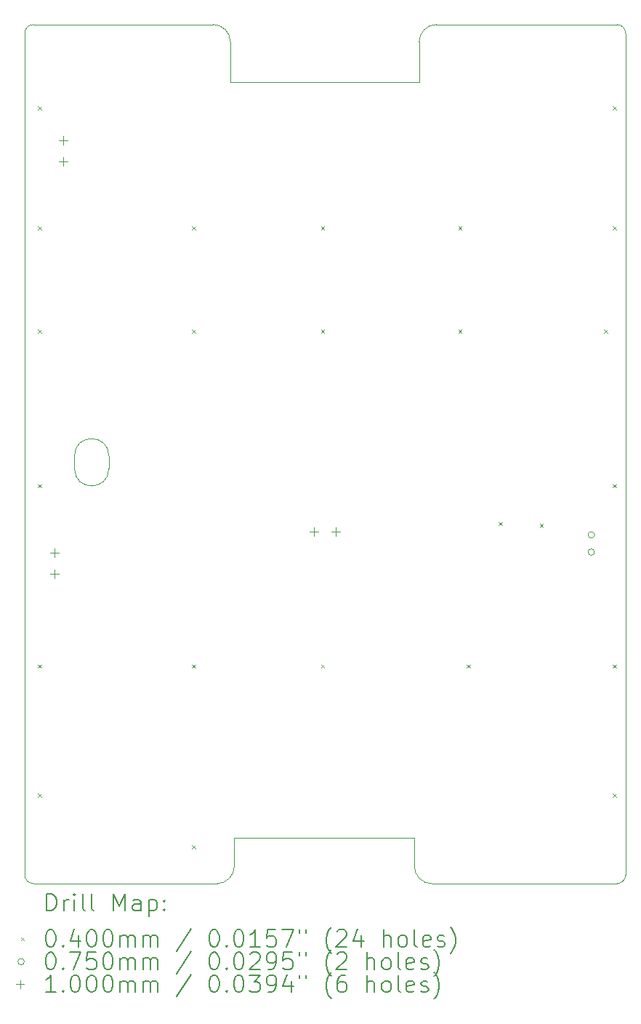
<source format=gbr>
%TF.GenerationSoftware,KiCad,Pcbnew,7.0.5-7.0.5~ubuntu22.04.1*%
%TF.CreationDate,2024-06-06T16:52:33+01:00*%
%TF.ProjectId,PBA0055-APRS-digirepeater-backplane-100x70,50424130-3035-4352-9d41-5052532d6469,rev?*%
%TF.SameCoordinates,Original*%
%TF.FileFunction,Drillmap*%
%TF.FilePolarity,Positive*%
%FSLAX45Y45*%
G04 Gerber Fmt 4.5, Leading zero omitted, Abs format (unit mm)*
G04 Created by KiCad (PCBNEW 7.0.5-7.0.5~ubuntu22.04.1) date 2024-06-06 16:52:33*
%MOMM*%
%LPD*%
G01*
G04 APERTURE LIST*
%ADD10C,0.100000*%
%ADD11C,0.200000*%
%ADD12C,0.040000*%
%ADD13C,0.075000*%
G04 APERTURE END LIST*
D10*
X15125000Y-5200000D02*
X15125000Y-5575000D01*
X15070000Y-14525000D02*
X15070000Y-14450000D01*
X10629289Y-4904289D02*
G75*
G03*
X10529289Y-5004289I1J-100001D01*
G01*
X12925000Y-5200000D02*
X12925000Y-5575000D01*
X10529291Y-14804289D02*
G75*
G03*
X10629289Y-14904289I99999J-1D01*
G01*
X15070000Y-14525000D02*
X15070000Y-14705000D01*
X15325000Y-4904290D02*
G75*
G03*
X15125000Y-5104289I0J-200000D01*
G01*
X15125000Y-5104289D02*
X15125000Y-5200000D01*
X17529289Y-14804289D02*
X17529289Y-14754289D01*
X12925000Y-5575000D02*
X14025000Y-5575000D01*
X11109000Y-10075000D02*
G75*
G03*
X11509000Y-10075000I200000J0D01*
G01*
X17429289Y-4904289D02*
X15325000Y-4904289D01*
X10529289Y-14804289D02*
X10529289Y-5004289D01*
X12725000Y-4904289D02*
X10629289Y-4904289D01*
X12970000Y-14450000D02*
X12970000Y-14375000D01*
X12970000Y-14525000D02*
X12970000Y-14450000D01*
X15070000Y-14450000D02*
X15070000Y-14375000D01*
X11509000Y-10075000D02*
X11509000Y-9925000D01*
X12770000Y-14904290D02*
G75*
G03*
X12970000Y-14704289I0J200000D01*
G01*
X11109000Y-9925000D02*
X11109000Y-10075000D01*
X12925001Y-5104289D02*
G75*
G03*
X12725000Y-4904289I-200001J-1D01*
G01*
X15270000Y-14905000D02*
X17429289Y-14905000D01*
X17529289Y-5763000D02*
X17529289Y-14035000D01*
X17529289Y-5004289D02*
X17529289Y-5027000D01*
X12970000Y-14375000D02*
X14050000Y-14375000D01*
X12970000Y-14704289D02*
X12970000Y-14525000D01*
X15070000Y-14705000D02*
G75*
G03*
X15270000Y-14905000I200000J0D01*
G01*
X15125000Y-5575000D02*
X14025000Y-5575000D01*
X17429289Y-14904289D02*
G75*
G03*
X17529289Y-14804289I1J99999D01*
G01*
X12925000Y-5104289D02*
X12925000Y-5200000D01*
X15070000Y-14375000D02*
X14050000Y-14375000D01*
X11509000Y-9925000D02*
G75*
G03*
X11109000Y-9925000I-200000J0D01*
G01*
X17529289Y-14754289D02*
X17529289Y-14035000D01*
X10629289Y-14904289D02*
X12770000Y-14904289D01*
X17529291Y-5004289D02*
G75*
G03*
X17429289Y-4904289I-100001J-1D01*
G01*
X17529289Y-5763000D02*
X17529289Y-5027000D01*
D11*
D12*
X10680000Y-5855000D02*
X10720000Y-5895000D01*
X10720000Y-5855000D02*
X10680000Y-5895000D01*
X10680000Y-7255000D02*
X10720000Y-7295000D01*
X10720000Y-7255000D02*
X10680000Y-7295000D01*
X10680000Y-8455000D02*
X10720000Y-8495000D01*
X10720000Y-8455000D02*
X10680000Y-8495000D01*
X10680000Y-10255000D02*
X10720000Y-10295000D01*
X10720000Y-10255000D02*
X10680000Y-10295000D01*
X10680000Y-12355000D02*
X10720000Y-12395000D01*
X10720000Y-12355000D02*
X10680000Y-12395000D01*
X10680000Y-13855000D02*
X10720000Y-13895000D01*
X10720000Y-13855000D02*
X10680000Y-13895000D01*
X12480000Y-7255000D02*
X12520000Y-7295000D01*
X12520000Y-7255000D02*
X12480000Y-7295000D01*
X12480000Y-8455000D02*
X12520000Y-8495000D01*
X12520000Y-8455000D02*
X12480000Y-8495000D01*
X12480000Y-12355000D02*
X12520000Y-12395000D01*
X12520000Y-12355000D02*
X12480000Y-12395000D01*
X12480000Y-14455000D02*
X12520000Y-14495000D01*
X12520000Y-14455000D02*
X12480000Y-14495000D01*
X13980000Y-7255000D02*
X14020000Y-7295000D01*
X14020000Y-7255000D02*
X13980000Y-7295000D01*
X13980000Y-8455000D02*
X14020000Y-8495000D01*
X14020000Y-8455000D02*
X13980000Y-8495000D01*
X13980000Y-12355000D02*
X14020000Y-12395000D01*
X14020000Y-12355000D02*
X13980000Y-12395000D01*
X15580000Y-7255000D02*
X15620000Y-7295000D01*
X15620000Y-7255000D02*
X15580000Y-7295000D01*
X15580000Y-8455000D02*
X15620000Y-8495000D01*
X15620000Y-8455000D02*
X15580000Y-8495000D01*
X15680000Y-12355000D02*
X15720000Y-12395000D01*
X15720000Y-12355000D02*
X15680000Y-12395000D01*
X16050000Y-10695000D02*
X16090000Y-10735000D01*
X16090000Y-10695000D02*
X16050000Y-10735000D01*
X16530000Y-10715000D02*
X16570000Y-10755000D01*
X16570000Y-10715000D02*
X16530000Y-10755000D01*
X17280000Y-8455000D02*
X17320000Y-8495000D01*
X17320000Y-8455000D02*
X17280000Y-8495000D01*
X17380000Y-5855000D02*
X17420000Y-5895000D01*
X17420000Y-5855000D02*
X17380000Y-5895000D01*
X17380000Y-7255000D02*
X17420000Y-7295000D01*
X17420000Y-7255000D02*
X17380000Y-7295000D01*
X17380000Y-10255000D02*
X17420000Y-10295000D01*
X17420000Y-10255000D02*
X17380000Y-10295000D01*
X17380000Y-12355000D02*
X17420000Y-12395000D01*
X17420000Y-12355000D02*
X17380000Y-12395000D01*
X17380000Y-13855000D02*
X17420000Y-13895000D01*
X17420000Y-13855000D02*
X17380000Y-13895000D01*
D13*
X17167500Y-10845000D02*
G75*
G03*
X17167500Y-10845000I-37500J0D01*
G01*
X17167500Y-11045000D02*
G75*
G03*
X17167500Y-11045000I-37500J0D01*
G01*
D10*
X10875000Y-11000000D02*
X10875000Y-11100000D01*
X10825000Y-11050000D02*
X10925000Y-11050000D01*
X10875000Y-11250000D02*
X10875000Y-11350000D01*
X10825000Y-11300000D02*
X10925000Y-11300000D01*
X10975000Y-6200000D02*
X10975000Y-6300000D01*
X10925000Y-6250000D02*
X11025000Y-6250000D01*
X10975000Y-6450000D02*
X10975000Y-6550000D01*
X10925000Y-6500000D02*
X11025000Y-6500000D01*
X13900000Y-10755000D02*
X13900000Y-10855000D01*
X13850000Y-10805000D02*
X13950000Y-10805000D01*
X14150000Y-10755000D02*
X14150000Y-10855000D01*
X14100000Y-10805000D02*
X14200000Y-10805000D01*
D11*
X10785066Y-15221484D02*
X10785066Y-15021484D01*
X10785066Y-15021484D02*
X10832685Y-15021484D01*
X10832685Y-15021484D02*
X10861257Y-15031008D01*
X10861257Y-15031008D02*
X10880304Y-15050055D01*
X10880304Y-15050055D02*
X10889828Y-15069103D01*
X10889828Y-15069103D02*
X10899352Y-15107198D01*
X10899352Y-15107198D02*
X10899352Y-15135769D01*
X10899352Y-15135769D02*
X10889828Y-15173865D01*
X10889828Y-15173865D02*
X10880304Y-15192912D01*
X10880304Y-15192912D02*
X10861257Y-15211960D01*
X10861257Y-15211960D02*
X10832685Y-15221484D01*
X10832685Y-15221484D02*
X10785066Y-15221484D01*
X10985066Y-15221484D02*
X10985066Y-15088150D01*
X10985066Y-15126246D02*
X10994590Y-15107198D01*
X10994590Y-15107198D02*
X11004114Y-15097674D01*
X11004114Y-15097674D02*
X11023161Y-15088150D01*
X11023161Y-15088150D02*
X11042209Y-15088150D01*
X11108876Y-15221484D02*
X11108876Y-15088150D01*
X11108876Y-15021484D02*
X11099352Y-15031008D01*
X11099352Y-15031008D02*
X11108876Y-15040531D01*
X11108876Y-15040531D02*
X11118399Y-15031008D01*
X11118399Y-15031008D02*
X11108876Y-15021484D01*
X11108876Y-15021484D02*
X11108876Y-15040531D01*
X11232685Y-15221484D02*
X11213637Y-15211960D01*
X11213637Y-15211960D02*
X11204114Y-15192912D01*
X11204114Y-15192912D02*
X11204114Y-15021484D01*
X11337447Y-15221484D02*
X11318399Y-15211960D01*
X11318399Y-15211960D02*
X11308876Y-15192912D01*
X11308876Y-15192912D02*
X11308876Y-15021484D01*
X11566018Y-15221484D02*
X11566018Y-15021484D01*
X11566018Y-15021484D02*
X11632685Y-15164341D01*
X11632685Y-15164341D02*
X11699352Y-15021484D01*
X11699352Y-15021484D02*
X11699352Y-15221484D01*
X11880304Y-15221484D02*
X11880304Y-15116722D01*
X11880304Y-15116722D02*
X11870780Y-15097674D01*
X11870780Y-15097674D02*
X11851733Y-15088150D01*
X11851733Y-15088150D02*
X11813637Y-15088150D01*
X11813637Y-15088150D02*
X11794590Y-15097674D01*
X11880304Y-15211960D02*
X11861257Y-15221484D01*
X11861257Y-15221484D02*
X11813637Y-15221484D01*
X11813637Y-15221484D02*
X11794590Y-15211960D01*
X11794590Y-15211960D02*
X11785066Y-15192912D01*
X11785066Y-15192912D02*
X11785066Y-15173865D01*
X11785066Y-15173865D02*
X11794590Y-15154817D01*
X11794590Y-15154817D02*
X11813637Y-15145293D01*
X11813637Y-15145293D02*
X11861257Y-15145293D01*
X11861257Y-15145293D02*
X11880304Y-15135769D01*
X11975542Y-15088150D02*
X11975542Y-15288150D01*
X11975542Y-15097674D02*
X11994590Y-15088150D01*
X11994590Y-15088150D02*
X12032685Y-15088150D01*
X12032685Y-15088150D02*
X12051733Y-15097674D01*
X12051733Y-15097674D02*
X12061257Y-15107198D01*
X12061257Y-15107198D02*
X12070780Y-15126246D01*
X12070780Y-15126246D02*
X12070780Y-15183388D01*
X12070780Y-15183388D02*
X12061257Y-15202436D01*
X12061257Y-15202436D02*
X12051733Y-15211960D01*
X12051733Y-15211960D02*
X12032685Y-15221484D01*
X12032685Y-15221484D02*
X11994590Y-15221484D01*
X11994590Y-15221484D02*
X11975542Y-15211960D01*
X12156495Y-15202436D02*
X12166018Y-15211960D01*
X12166018Y-15211960D02*
X12156495Y-15221484D01*
X12156495Y-15221484D02*
X12146971Y-15211960D01*
X12146971Y-15211960D02*
X12156495Y-15202436D01*
X12156495Y-15202436D02*
X12156495Y-15221484D01*
X12156495Y-15097674D02*
X12166018Y-15107198D01*
X12166018Y-15107198D02*
X12156495Y-15116722D01*
X12156495Y-15116722D02*
X12146971Y-15107198D01*
X12146971Y-15107198D02*
X12156495Y-15097674D01*
X12156495Y-15097674D02*
X12156495Y-15116722D01*
D12*
X10484289Y-15530000D02*
X10524289Y-15570000D01*
X10524289Y-15530000D02*
X10484289Y-15570000D01*
D11*
X10823161Y-15441484D02*
X10842209Y-15441484D01*
X10842209Y-15441484D02*
X10861257Y-15451008D01*
X10861257Y-15451008D02*
X10870780Y-15460531D01*
X10870780Y-15460531D02*
X10880304Y-15479579D01*
X10880304Y-15479579D02*
X10889828Y-15517674D01*
X10889828Y-15517674D02*
X10889828Y-15565293D01*
X10889828Y-15565293D02*
X10880304Y-15603388D01*
X10880304Y-15603388D02*
X10870780Y-15622436D01*
X10870780Y-15622436D02*
X10861257Y-15631960D01*
X10861257Y-15631960D02*
X10842209Y-15641484D01*
X10842209Y-15641484D02*
X10823161Y-15641484D01*
X10823161Y-15641484D02*
X10804114Y-15631960D01*
X10804114Y-15631960D02*
X10794590Y-15622436D01*
X10794590Y-15622436D02*
X10785066Y-15603388D01*
X10785066Y-15603388D02*
X10775542Y-15565293D01*
X10775542Y-15565293D02*
X10775542Y-15517674D01*
X10775542Y-15517674D02*
X10785066Y-15479579D01*
X10785066Y-15479579D02*
X10794590Y-15460531D01*
X10794590Y-15460531D02*
X10804114Y-15451008D01*
X10804114Y-15451008D02*
X10823161Y-15441484D01*
X10975542Y-15622436D02*
X10985066Y-15631960D01*
X10985066Y-15631960D02*
X10975542Y-15641484D01*
X10975542Y-15641484D02*
X10966019Y-15631960D01*
X10966019Y-15631960D02*
X10975542Y-15622436D01*
X10975542Y-15622436D02*
X10975542Y-15641484D01*
X11156495Y-15508150D02*
X11156495Y-15641484D01*
X11108876Y-15431960D02*
X11061257Y-15574817D01*
X11061257Y-15574817D02*
X11185066Y-15574817D01*
X11299352Y-15441484D02*
X11318399Y-15441484D01*
X11318399Y-15441484D02*
X11337447Y-15451008D01*
X11337447Y-15451008D02*
X11346971Y-15460531D01*
X11346971Y-15460531D02*
X11356495Y-15479579D01*
X11356495Y-15479579D02*
X11366018Y-15517674D01*
X11366018Y-15517674D02*
X11366018Y-15565293D01*
X11366018Y-15565293D02*
X11356495Y-15603388D01*
X11356495Y-15603388D02*
X11346971Y-15622436D01*
X11346971Y-15622436D02*
X11337447Y-15631960D01*
X11337447Y-15631960D02*
X11318399Y-15641484D01*
X11318399Y-15641484D02*
X11299352Y-15641484D01*
X11299352Y-15641484D02*
X11280304Y-15631960D01*
X11280304Y-15631960D02*
X11270780Y-15622436D01*
X11270780Y-15622436D02*
X11261257Y-15603388D01*
X11261257Y-15603388D02*
X11251733Y-15565293D01*
X11251733Y-15565293D02*
X11251733Y-15517674D01*
X11251733Y-15517674D02*
X11261257Y-15479579D01*
X11261257Y-15479579D02*
X11270780Y-15460531D01*
X11270780Y-15460531D02*
X11280304Y-15451008D01*
X11280304Y-15451008D02*
X11299352Y-15441484D01*
X11489828Y-15441484D02*
X11508876Y-15441484D01*
X11508876Y-15441484D02*
X11527923Y-15451008D01*
X11527923Y-15451008D02*
X11537447Y-15460531D01*
X11537447Y-15460531D02*
X11546971Y-15479579D01*
X11546971Y-15479579D02*
X11556495Y-15517674D01*
X11556495Y-15517674D02*
X11556495Y-15565293D01*
X11556495Y-15565293D02*
X11546971Y-15603388D01*
X11546971Y-15603388D02*
X11537447Y-15622436D01*
X11537447Y-15622436D02*
X11527923Y-15631960D01*
X11527923Y-15631960D02*
X11508876Y-15641484D01*
X11508876Y-15641484D02*
X11489828Y-15641484D01*
X11489828Y-15641484D02*
X11470780Y-15631960D01*
X11470780Y-15631960D02*
X11461257Y-15622436D01*
X11461257Y-15622436D02*
X11451733Y-15603388D01*
X11451733Y-15603388D02*
X11442209Y-15565293D01*
X11442209Y-15565293D02*
X11442209Y-15517674D01*
X11442209Y-15517674D02*
X11451733Y-15479579D01*
X11451733Y-15479579D02*
X11461257Y-15460531D01*
X11461257Y-15460531D02*
X11470780Y-15451008D01*
X11470780Y-15451008D02*
X11489828Y-15441484D01*
X11642209Y-15641484D02*
X11642209Y-15508150D01*
X11642209Y-15527198D02*
X11651733Y-15517674D01*
X11651733Y-15517674D02*
X11670780Y-15508150D01*
X11670780Y-15508150D02*
X11699352Y-15508150D01*
X11699352Y-15508150D02*
X11718399Y-15517674D01*
X11718399Y-15517674D02*
X11727923Y-15536722D01*
X11727923Y-15536722D02*
X11727923Y-15641484D01*
X11727923Y-15536722D02*
X11737447Y-15517674D01*
X11737447Y-15517674D02*
X11756495Y-15508150D01*
X11756495Y-15508150D02*
X11785066Y-15508150D01*
X11785066Y-15508150D02*
X11804114Y-15517674D01*
X11804114Y-15517674D02*
X11813638Y-15536722D01*
X11813638Y-15536722D02*
X11813638Y-15641484D01*
X11908876Y-15641484D02*
X11908876Y-15508150D01*
X11908876Y-15527198D02*
X11918399Y-15517674D01*
X11918399Y-15517674D02*
X11937447Y-15508150D01*
X11937447Y-15508150D02*
X11966019Y-15508150D01*
X11966019Y-15508150D02*
X11985066Y-15517674D01*
X11985066Y-15517674D02*
X11994590Y-15536722D01*
X11994590Y-15536722D02*
X11994590Y-15641484D01*
X11994590Y-15536722D02*
X12004114Y-15517674D01*
X12004114Y-15517674D02*
X12023161Y-15508150D01*
X12023161Y-15508150D02*
X12051733Y-15508150D01*
X12051733Y-15508150D02*
X12070780Y-15517674D01*
X12070780Y-15517674D02*
X12080304Y-15536722D01*
X12080304Y-15536722D02*
X12080304Y-15641484D01*
X12470780Y-15431960D02*
X12299352Y-15689103D01*
X12727923Y-15441484D02*
X12746971Y-15441484D01*
X12746971Y-15441484D02*
X12766019Y-15451008D01*
X12766019Y-15451008D02*
X12775542Y-15460531D01*
X12775542Y-15460531D02*
X12785066Y-15479579D01*
X12785066Y-15479579D02*
X12794590Y-15517674D01*
X12794590Y-15517674D02*
X12794590Y-15565293D01*
X12794590Y-15565293D02*
X12785066Y-15603388D01*
X12785066Y-15603388D02*
X12775542Y-15622436D01*
X12775542Y-15622436D02*
X12766019Y-15631960D01*
X12766019Y-15631960D02*
X12746971Y-15641484D01*
X12746971Y-15641484D02*
X12727923Y-15641484D01*
X12727923Y-15641484D02*
X12708876Y-15631960D01*
X12708876Y-15631960D02*
X12699352Y-15622436D01*
X12699352Y-15622436D02*
X12689828Y-15603388D01*
X12689828Y-15603388D02*
X12680304Y-15565293D01*
X12680304Y-15565293D02*
X12680304Y-15517674D01*
X12680304Y-15517674D02*
X12689828Y-15479579D01*
X12689828Y-15479579D02*
X12699352Y-15460531D01*
X12699352Y-15460531D02*
X12708876Y-15451008D01*
X12708876Y-15451008D02*
X12727923Y-15441484D01*
X12880304Y-15622436D02*
X12889828Y-15631960D01*
X12889828Y-15631960D02*
X12880304Y-15641484D01*
X12880304Y-15641484D02*
X12870781Y-15631960D01*
X12870781Y-15631960D02*
X12880304Y-15622436D01*
X12880304Y-15622436D02*
X12880304Y-15641484D01*
X13013638Y-15441484D02*
X13032685Y-15441484D01*
X13032685Y-15441484D02*
X13051733Y-15451008D01*
X13051733Y-15451008D02*
X13061257Y-15460531D01*
X13061257Y-15460531D02*
X13070781Y-15479579D01*
X13070781Y-15479579D02*
X13080304Y-15517674D01*
X13080304Y-15517674D02*
X13080304Y-15565293D01*
X13080304Y-15565293D02*
X13070781Y-15603388D01*
X13070781Y-15603388D02*
X13061257Y-15622436D01*
X13061257Y-15622436D02*
X13051733Y-15631960D01*
X13051733Y-15631960D02*
X13032685Y-15641484D01*
X13032685Y-15641484D02*
X13013638Y-15641484D01*
X13013638Y-15641484D02*
X12994590Y-15631960D01*
X12994590Y-15631960D02*
X12985066Y-15622436D01*
X12985066Y-15622436D02*
X12975542Y-15603388D01*
X12975542Y-15603388D02*
X12966019Y-15565293D01*
X12966019Y-15565293D02*
X12966019Y-15517674D01*
X12966019Y-15517674D02*
X12975542Y-15479579D01*
X12975542Y-15479579D02*
X12985066Y-15460531D01*
X12985066Y-15460531D02*
X12994590Y-15451008D01*
X12994590Y-15451008D02*
X13013638Y-15441484D01*
X13270781Y-15641484D02*
X13156495Y-15641484D01*
X13213638Y-15641484D02*
X13213638Y-15441484D01*
X13213638Y-15441484D02*
X13194590Y-15470055D01*
X13194590Y-15470055D02*
X13175542Y-15489103D01*
X13175542Y-15489103D02*
X13156495Y-15498627D01*
X13451733Y-15441484D02*
X13356495Y-15441484D01*
X13356495Y-15441484D02*
X13346971Y-15536722D01*
X13346971Y-15536722D02*
X13356495Y-15527198D01*
X13356495Y-15527198D02*
X13375542Y-15517674D01*
X13375542Y-15517674D02*
X13423162Y-15517674D01*
X13423162Y-15517674D02*
X13442209Y-15527198D01*
X13442209Y-15527198D02*
X13451733Y-15536722D01*
X13451733Y-15536722D02*
X13461257Y-15555769D01*
X13461257Y-15555769D02*
X13461257Y-15603388D01*
X13461257Y-15603388D02*
X13451733Y-15622436D01*
X13451733Y-15622436D02*
X13442209Y-15631960D01*
X13442209Y-15631960D02*
X13423162Y-15641484D01*
X13423162Y-15641484D02*
X13375542Y-15641484D01*
X13375542Y-15641484D02*
X13356495Y-15631960D01*
X13356495Y-15631960D02*
X13346971Y-15622436D01*
X13527923Y-15441484D02*
X13661257Y-15441484D01*
X13661257Y-15441484D02*
X13575542Y-15641484D01*
X13727923Y-15441484D02*
X13727923Y-15479579D01*
X13804114Y-15441484D02*
X13804114Y-15479579D01*
X14099352Y-15717674D02*
X14089828Y-15708150D01*
X14089828Y-15708150D02*
X14070781Y-15679579D01*
X14070781Y-15679579D02*
X14061257Y-15660531D01*
X14061257Y-15660531D02*
X14051733Y-15631960D01*
X14051733Y-15631960D02*
X14042209Y-15584341D01*
X14042209Y-15584341D02*
X14042209Y-15546246D01*
X14042209Y-15546246D02*
X14051733Y-15498627D01*
X14051733Y-15498627D02*
X14061257Y-15470055D01*
X14061257Y-15470055D02*
X14070781Y-15451008D01*
X14070781Y-15451008D02*
X14089828Y-15422436D01*
X14089828Y-15422436D02*
X14099352Y-15412912D01*
X14166019Y-15460531D02*
X14175543Y-15451008D01*
X14175543Y-15451008D02*
X14194590Y-15441484D01*
X14194590Y-15441484D02*
X14242209Y-15441484D01*
X14242209Y-15441484D02*
X14261257Y-15451008D01*
X14261257Y-15451008D02*
X14270781Y-15460531D01*
X14270781Y-15460531D02*
X14280304Y-15479579D01*
X14280304Y-15479579D02*
X14280304Y-15498627D01*
X14280304Y-15498627D02*
X14270781Y-15527198D01*
X14270781Y-15527198D02*
X14156495Y-15641484D01*
X14156495Y-15641484D02*
X14280304Y-15641484D01*
X14451733Y-15508150D02*
X14451733Y-15641484D01*
X14404114Y-15431960D02*
X14356495Y-15574817D01*
X14356495Y-15574817D02*
X14480304Y-15574817D01*
X14708876Y-15641484D02*
X14708876Y-15441484D01*
X14794590Y-15641484D02*
X14794590Y-15536722D01*
X14794590Y-15536722D02*
X14785066Y-15517674D01*
X14785066Y-15517674D02*
X14766019Y-15508150D01*
X14766019Y-15508150D02*
X14737447Y-15508150D01*
X14737447Y-15508150D02*
X14718400Y-15517674D01*
X14718400Y-15517674D02*
X14708876Y-15527198D01*
X14918400Y-15641484D02*
X14899352Y-15631960D01*
X14899352Y-15631960D02*
X14889828Y-15622436D01*
X14889828Y-15622436D02*
X14880305Y-15603388D01*
X14880305Y-15603388D02*
X14880305Y-15546246D01*
X14880305Y-15546246D02*
X14889828Y-15527198D01*
X14889828Y-15527198D02*
X14899352Y-15517674D01*
X14899352Y-15517674D02*
X14918400Y-15508150D01*
X14918400Y-15508150D02*
X14946971Y-15508150D01*
X14946971Y-15508150D02*
X14966019Y-15517674D01*
X14966019Y-15517674D02*
X14975543Y-15527198D01*
X14975543Y-15527198D02*
X14985066Y-15546246D01*
X14985066Y-15546246D02*
X14985066Y-15603388D01*
X14985066Y-15603388D02*
X14975543Y-15622436D01*
X14975543Y-15622436D02*
X14966019Y-15631960D01*
X14966019Y-15631960D02*
X14946971Y-15641484D01*
X14946971Y-15641484D02*
X14918400Y-15641484D01*
X15099352Y-15641484D02*
X15080305Y-15631960D01*
X15080305Y-15631960D02*
X15070781Y-15612912D01*
X15070781Y-15612912D02*
X15070781Y-15441484D01*
X15251733Y-15631960D02*
X15232686Y-15641484D01*
X15232686Y-15641484D02*
X15194590Y-15641484D01*
X15194590Y-15641484D02*
X15175543Y-15631960D01*
X15175543Y-15631960D02*
X15166019Y-15612912D01*
X15166019Y-15612912D02*
X15166019Y-15536722D01*
X15166019Y-15536722D02*
X15175543Y-15517674D01*
X15175543Y-15517674D02*
X15194590Y-15508150D01*
X15194590Y-15508150D02*
X15232686Y-15508150D01*
X15232686Y-15508150D02*
X15251733Y-15517674D01*
X15251733Y-15517674D02*
X15261257Y-15536722D01*
X15261257Y-15536722D02*
X15261257Y-15555769D01*
X15261257Y-15555769D02*
X15166019Y-15574817D01*
X15337447Y-15631960D02*
X15356495Y-15641484D01*
X15356495Y-15641484D02*
X15394590Y-15641484D01*
X15394590Y-15641484D02*
X15413638Y-15631960D01*
X15413638Y-15631960D02*
X15423162Y-15612912D01*
X15423162Y-15612912D02*
X15423162Y-15603388D01*
X15423162Y-15603388D02*
X15413638Y-15584341D01*
X15413638Y-15584341D02*
X15394590Y-15574817D01*
X15394590Y-15574817D02*
X15366019Y-15574817D01*
X15366019Y-15574817D02*
X15346971Y-15565293D01*
X15346971Y-15565293D02*
X15337447Y-15546246D01*
X15337447Y-15546246D02*
X15337447Y-15536722D01*
X15337447Y-15536722D02*
X15346971Y-15517674D01*
X15346971Y-15517674D02*
X15366019Y-15508150D01*
X15366019Y-15508150D02*
X15394590Y-15508150D01*
X15394590Y-15508150D02*
X15413638Y-15517674D01*
X15489828Y-15717674D02*
X15499352Y-15708150D01*
X15499352Y-15708150D02*
X15518400Y-15679579D01*
X15518400Y-15679579D02*
X15527924Y-15660531D01*
X15527924Y-15660531D02*
X15537447Y-15631960D01*
X15537447Y-15631960D02*
X15546971Y-15584341D01*
X15546971Y-15584341D02*
X15546971Y-15546246D01*
X15546971Y-15546246D02*
X15537447Y-15498627D01*
X15537447Y-15498627D02*
X15527924Y-15470055D01*
X15527924Y-15470055D02*
X15518400Y-15451008D01*
X15518400Y-15451008D02*
X15499352Y-15422436D01*
X15499352Y-15422436D02*
X15489828Y-15412912D01*
D13*
X10524289Y-15814000D02*
G75*
G03*
X10524289Y-15814000I-37500J0D01*
G01*
D11*
X10823161Y-15705484D02*
X10842209Y-15705484D01*
X10842209Y-15705484D02*
X10861257Y-15715008D01*
X10861257Y-15715008D02*
X10870780Y-15724531D01*
X10870780Y-15724531D02*
X10880304Y-15743579D01*
X10880304Y-15743579D02*
X10889828Y-15781674D01*
X10889828Y-15781674D02*
X10889828Y-15829293D01*
X10889828Y-15829293D02*
X10880304Y-15867388D01*
X10880304Y-15867388D02*
X10870780Y-15886436D01*
X10870780Y-15886436D02*
X10861257Y-15895960D01*
X10861257Y-15895960D02*
X10842209Y-15905484D01*
X10842209Y-15905484D02*
X10823161Y-15905484D01*
X10823161Y-15905484D02*
X10804114Y-15895960D01*
X10804114Y-15895960D02*
X10794590Y-15886436D01*
X10794590Y-15886436D02*
X10785066Y-15867388D01*
X10785066Y-15867388D02*
X10775542Y-15829293D01*
X10775542Y-15829293D02*
X10775542Y-15781674D01*
X10775542Y-15781674D02*
X10785066Y-15743579D01*
X10785066Y-15743579D02*
X10794590Y-15724531D01*
X10794590Y-15724531D02*
X10804114Y-15715008D01*
X10804114Y-15715008D02*
X10823161Y-15705484D01*
X10975542Y-15886436D02*
X10985066Y-15895960D01*
X10985066Y-15895960D02*
X10975542Y-15905484D01*
X10975542Y-15905484D02*
X10966019Y-15895960D01*
X10966019Y-15895960D02*
X10975542Y-15886436D01*
X10975542Y-15886436D02*
X10975542Y-15905484D01*
X11051733Y-15705484D02*
X11185066Y-15705484D01*
X11185066Y-15705484D02*
X11099352Y-15905484D01*
X11356495Y-15705484D02*
X11261257Y-15705484D01*
X11261257Y-15705484D02*
X11251733Y-15800722D01*
X11251733Y-15800722D02*
X11261257Y-15791198D01*
X11261257Y-15791198D02*
X11280304Y-15781674D01*
X11280304Y-15781674D02*
X11327923Y-15781674D01*
X11327923Y-15781674D02*
X11346971Y-15791198D01*
X11346971Y-15791198D02*
X11356495Y-15800722D01*
X11356495Y-15800722D02*
X11366018Y-15819769D01*
X11366018Y-15819769D02*
X11366018Y-15867388D01*
X11366018Y-15867388D02*
X11356495Y-15886436D01*
X11356495Y-15886436D02*
X11346971Y-15895960D01*
X11346971Y-15895960D02*
X11327923Y-15905484D01*
X11327923Y-15905484D02*
X11280304Y-15905484D01*
X11280304Y-15905484D02*
X11261257Y-15895960D01*
X11261257Y-15895960D02*
X11251733Y-15886436D01*
X11489828Y-15705484D02*
X11508876Y-15705484D01*
X11508876Y-15705484D02*
X11527923Y-15715008D01*
X11527923Y-15715008D02*
X11537447Y-15724531D01*
X11537447Y-15724531D02*
X11546971Y-15743579D01*
X11546971Y-15743579D02*
X11556495Y-15781674D01*
X11556495Y-15781674D02*
X11556495Y-15829293D01*
X11556495Y-15829293D02*
X11546971Y-15867388D01*
X11546971Y-15867388D02*
X11537447Y-15886436D01*
X11537447Y-15886436D02*
X11527923Y-15895960D01*
X11527923Y-15895960D02*
X11508876Y-15905484D01*
X11508876Y-15905484D02*
X11489828Y-15905484D01*
X11489828Y-15905484D02*
X11470780Y-15895960D01*
X11470780Y-15895960D02*
X11461257Y-15886436D01*
X11461257Y-15886436D02*
X11451733Y-15867388D01*
X11451733Y-15867388D02*
X11442209Y-15829293D01*
X11442209Y-15829293D02*
X11442209Y-15781674D01*
X11442209Y-15781674D02*
X11451733Y-15743579D01*
X11451733Y-15743579D02*
X11461257Y-15724531D01*
X11461257Y-15724531D02*
X11470780Y-15715008D01*
X11470780Y-15715008D02*
X11489828Y-15705484D01*
X11642209Y-15905484D02*
X11642209Y-15772150D01*
X11642209Y-15791198D02*
X11651733Y-15781674D01*
X11651733Y-15781674D02*
X11670780Y-15772150D01*
X11670780Y-15772150D02*
X11699352Y-15772150D01*
X11699352Y-15772150D02*
X11718399Y-15781674D01*
X11718399Y-15781674D02*
X11727923Y-15800722D01*
X11727923Y-15800722D02*
X11727923Y-15905484D01*
X11727923Y-15800722D02*
X11737447Y-15781674D01*
X11737447Y-15781674D02*
X11756495Y-15772150D01*
X11756495Y-15772150D02*
X11785066Y-15772150D01*
X11785066Y-15772150D02*
X11804114Y-15781674D01*
X11804114Y-15781674D02*
X11813638Y-15800722D01*
X11813638Y-15800722D02*
X11813638Y-15905484D01*
X11908876Y-15905484D02*
X11908876Y-15772150D01*
X11908876Y-15791198D02*
X11918399Y-15781674D01*
X11918399Y-15781674D02*
X11937447Y-15772150D01*
X11937447Y-15772150D02*
X11966019Y-15772150D01*
X11966019Y-15772150D02*
X11985066Y-15781674D01*
X11985066Y-15781674D02*
X11994590Y-15800722D01*
X11994590Y-15800722D02*
X11994590Y-15905484D01*
X11994590Y-15800722D02*
X12004114Y-15781674D01*
X12004114Y-15781674D02*
X12023161Y-15772150D01*
X12023161Y-15772150D02*
X12051733Y-15772150D01*
X12051733Y-15772150D02*
X12070780Y-15781674D01*
X12070780Y-15781674D02*
X12080304Y-15800722D01*
X12080304Y-15800722D02*
X12080304Y-15905484D01*
X12470780Y-15695960D02*
X12299352Y-15953103D01*
X12727923Y-15705484D02*
X12746971Y-15705484D01*
X12746971Y-15705484D02*
X12766019Y-15715008D01*
X12766019Y-15715008D02*
X12775542Y-15724531D01*
X12775542Y-15724531D02*
X12785066Y-15743579D01*
X12785066Y-15743579D02*
X12794590Y-15781674D01*
X12794590Y-15781674D02*
X12794590Y-15829293D01*
X12794590Y-15829293D02*
X12785066Y-15867388D01*
X12785066Y-15867388D02*
X12775542Y-15886436D01*
X12775542Y-15886436D02*
X12766019Y-15895960D01*
X12766019Y-15895960D02*
X12746971Y-15905484D01*
X12746971Y-15905484D02*
X12727923Y-15905484D01*
X12727923Y-15905484D02*
X12708876Y-15895960D01*
X12708876Y-15895960D02*
X12699352Y-15886436D01*
X12699352Y-15886436D02*
X12689828Y-15867388D01*
X12689828Y-15867388D02*
X12680304Y-15829293D01*
X12680304Y-15829293D02*
X12680304Y-15781674D01*
X12680304Y-15781674D02*
X12689828Y-15743579D01*
X12689828Y-15743579D02*
X12699352Y-15724531D01*
X12699352Y-15724531D02*
X12708876Y-15715008D01*
X12708876Y-15715008D02*
X12727923Y-15705484D01*
X12880304Y-15886436D02*
X12889828Y-15895960D01*
X12889828Y-15895960D02*
X12880304Y-15905484D01*
X12880304Y-15905484D02*
X12870781Y-15895960D01*
X12870781Y-15895960D02*
X12880304Y-15886436D01*
X12880304Y-15886436D02*
X12880304Y-15905484D01*
X13013638Y-15705484D02*
X13032685Y-15705484D01*
X13032685Y-15705484D02*
X13051733Y-15715008D01*
X13051733Y-15715008D02*
X13061257Y-15724531D01*
X13061257Y-15724531D02*
X13070781Y-15743579D01*
X13070781Y-15743579D02*
X13080304Y-15781674D01*
X13080304Y-15781674D02*
X13080304Y-15829293D01*
X13080304Y-15829293D02*
X13070781Y-15867388D01*
X13070781Y-15867388D02*
X13061257Y-15886436D01*
X13061257Y-15886436D02*
X13051733Y-15895960D01*
X13051733Y-15895960D02*
X13032685Y-15905484D01*
X13032685Y-15905484D02*
X13013638Y-15905484D01*
X13013638Y-15905484D02*
X12994590Y-15895960D01*
X12994590Y-15895960D02*
X12985066Y-15886436D01*
X12985066Y-15886436D02*
X12975542Y-15867388D01*
X12975542Y-15867388D02*
X12966019Y-15829293D01*
X12966019Y-15829293D02*
X12966019Y-15781674D01*
X12966019Y-15781674D02*
X12975542Y-15743579D01*
X12975542Y-15743579D02*
X12985066Y-15724531D01*
X12985066Y-15724531D02*
X12994590Y-15715008D01*
X12994590Y-15715008D02*
X13013638Y-15705484D01*
X13156495Y-15724531D02*
X13166019Y-15715008D01*
X13166019Y-15715008D02*
X13185066Y-15705484D01*
X13185066Y-15705484D02*
X13232685Y-15705484D01*
X13232685Y-15705484D02*
X13251733Y-15715008D01*
X13251733Y-15715008D02*
X13261257Y-15724531D01*
X13261257Y-15724531D02*
X13270781Y-15743579D01*
X13270781Y-15743579D02*
X13270781Y-15762627D01*
X13270781Y-15762627D02*
X13261257Y-15791198D01*
X13261257Y-15791198D02*
X13146971Y-15905484D01*
X13146971Y-15905484D02*
X13270781Y-15905484D01*
X13366019Y-15905484D02*
X13404114Y-15905484D01*
X13404114Y-15905484D02*
X13423162Y-15895960D01*
X13423162Y-15895960D02*
X13432685Y-15886436D01*
X13432685Y-15886436D02*
X13451733Y-15857865D01*
X13451733Y-15857865D02*
X13461257Y-15819769D01*
X13461257Y-15819769D02*
X13461257Y-15743579D01*
X13461257Y-15743579D02*
X13451733Y-15724531D01*
X13451733Y-15724531D02*
X13442209Y-15715008D01*
X13442209Y-15715008D02*
X13423162Y-15705484D01*
X13423162Y-15705484D02*
X13385066Y-15705484D01*
X13385066Y-15705484D02*
X13366019Y-15715008D01*
X13366019Y-15715008D02*
X13356495Y-15724531D01*
X13356495Y-15724531D02*
X13346971Y-15743579D01*
X13346971Y-15743579D02*
X13346971Y-15791198D01*
X13346971Y-15791198D02*
X13356495Y-15810246D01*
X13356495Y-15810246D02*
X13366019Y-15819769D01*
X13366019Y-15819769D02*
X13385066Y-15829293D01*
X13385066Y-15829293D02*
X13423162Y-15829293D01*
X13423162Y-15829293D02*
X13442209Y-15819769D01*
X13442209Y-15819769D02*
X13451733Y-15810246D01*
X13451733Y-15810246D02*
X13461257Y-15791198D01*
X13642209Y-15705484D02*
X13546971Y-15705484D01*
X13546971Y-15705484D02*
X13537447Y-15800722D01*
X13537447Y-15800722D02*
X13546971Y-15791198D01*
X13546971Y-15791198D02*
X13566019Y-15781674D01*
X13566019Y-15781674D02*
X13613638Y-15781674D01*
X13613638Y-15781674D02*
X13632685Y-15791198D01*
X13632685Y-15791198D02*
X13642209Y-15800722D01*
X13642209Y-15800722D02*
X13651733Y-15819769D01*
X13651733Y-15819769D02*
X13651733Y-15867388D01*
X13651733Y-15867388D02*
X13642209Y-15886436D01*
X13642209Y-15886436D02*
X13632685Y-15895960D01*
X13632685Y-15895960D02*
X13613638Y-15905484D01*
X13613638Y-15905484D02*
X13566019Y-15905484D01*
X13566019Y-15905484D02*
X13546971Y-15895960D01*
X13546971Y-15895960D02*
X13537447Y-15886436D01*
X13727923Y-15705484D02*
X13727923Y-15743579D01*
X13804114Y-15705484D02*
X13804114Y-15743579D01*
X14099352Y-15981674D02*
X14089828Y-15972150D01*
X14089828Y-15972150D02*
X14070781Y-15943579D01*
X14070781Y-15943579D02*
X14061257Y-15924531D01*
X14061257Y-15924531D02*
X14051733Y-15895960D01*
X14051733Y-15895960D02*
X14042209Y-15848341D01*
X14042209Y-15848341D02*
X14042209Y-15810246D01*
X14042209Y-15810246D02*
X14051733Y-15762627D01*
X14051733Y-15762627D02*
X14061257Y-15734055D01*
X14061257Y-15734055D02*
X14070781Y-15715008D01*
X14070781Y-15715008D02*
X14089828Y-15686436D01*
X14089828Y-15686436D02*
X14099352Y-15676912D01*
X14166019Y-15724531D02*
X14175543Y-15715008D01*
X14175543Y-15715008D02*
X14194590Y-15705484D01*
X14194590Y-15705484D02*
X14242209Y-15705484D01*
X14242209Y-15705484D02*
X14261257Y-15715008D01*
X14261257Y-15715008D02*
X14270781Y-15724531D01*
X14270781Y-15724531D02*
X14280304Y-15743579D01*
X14280304Y-15743579D02*
X14280304Y-15762627D01*
X14280304Y-15762627D02*
X14270781Y-15791198D01*
X14270781Y-15791198D02*
X14156495Y-15905484D01*
X14156495Y-15905484D02*
X14280304Y-15905484D01*
X14518400Y-15905484D02*
X14518400Y-15705484D01*
X14604114Y-15905484D02*
X14604114Y-15800722D01*
X14604114Y-15800722D02*
X14594590Y-15781674D01*
X14594590Y-15781674D02*
X14575543Y-15772150D01*
X14575543Y-15772150D02*
X14546971Y-15772150D01*
X14546971Y-15772150D02*
X14527924Y-15781674D01*
X14527924Y-15781674D02*
X14518400Y-15791198D01*
X14727924Y-15905484D02*
X14708876Y-15895960D01*
X14708876Y-15895960D02*
X14699352Y-15886436D01*
X14699352Y-15886436D02*
X14689828Y-15867388D01*
X14689828Y-15867388D02*
X14689828Y-15810246D01*
X14689828Y-15810246D02*
X14699352Y-15791198D01*
X14699352Y-15791198D02*
X14708876Y-15781674D01*
X14708876Y-15781674D02*
X14727924Y-15772150D01*
X14727924Y-15772150D02*
X14756495Y-15772150D01*
X14756495Y-15772150D02*
X14775543Y-15781674D01*
X14775543Y-15781674D02*
X14785066Y-15791198D01*
X14785066Y-15791198D02*
X14794590Y-15810246D01*
X14794590Y-15810246D02*
X14794590Y-15867388D01*
X14794590Y-15867388D02*
X14785066Y-15886436D01*
X14785066Y-15886436D02*
X14775543Y-15895960D01*
X14775543Y-15895960D02*
X14756495Y-15905484D01*
X14756495Y-15905484D02*
X14727924Y-15905484D01*
X14908876Y-15905484D02*
X14889828Y-15895960D01*
X14889828Y-15895960D02*
X14880305Y-15876912D01*
X14880305Y-15876912D02*
X14880305Y-15705484D01*
X15061257Y-15895960D02*
X15042209Y-15905484D01*
X15042209Y-15905484D02*
X15004114Y-15905484D01*
X15004114Y-15905484D02*
X14985066Y-15895960D01*
X14985066Y-15895960D02*
X14975543Y-15876912D01*
X14975543Y-15876912D02*
X14975543Y-15800722D01*
X14975543Y-15800722D02*
X14985066Y-15781674D01*
X14985066Y-15781674D02*
X15004114Y-15772150D01*
X15004114Y-15772150D02*
X15042209Y-15772150D01*
X15042209Y-15772150D02*
X15061257Y-15781674D01*
X15061257Y-15781674D02*
X15070781Y-15800722D01*
X15070781Y-15800722D02*
X15070781Y-15819769D01*
X15070781Y-15819769D02*
X14975543Y-15838817D01*
X15146971Y-15895960D02*
X15166019Y-15905484D01*
X15166019Y-15905484D02*
X15204114Y-15905484D01*
X15204114Y-15905484D02*
X15223162Y-15895960D01*
X15223162Y-15895960D02*
X15232686Y-15876912D01*
X15232686Y-15876912D02*
X15232686Y-15867388D01*
X15232686Y-15867388D02*
X15223162Y-15848341D01*
X15223162Y-15848341D02*
X15204114Y-15838817D01*
X15204114Y-15838817D02*
X15175543Y-15838817D01*
X15175543Y-15838817D02*
X15156495Y-15829293D01*
X15156495Y-15829293D02*
X15146971Y-15810246D01*
X15146971Y-15810246D02*
X15146971Y-15800722D01*
X15146971Y-15800722D02*
X15156495Y-15781674D01*
X15156495Y-15781674D02*
X15175543Y-15772150D01*
X15175543Y-15772150D02*
X15204114Y-15772150D01*
X15204114Y-15772150D02*
X15223162Y-15781674D01*
X15299352Y-15981674D02*
X15308876Y-15972150D01*
X15308876Y-15972150D02*
X15327924Y-15943579D01*
X15327924Y-15943579D02*
X15337447Y-15924531D01*
X15337447Y-15924531D02*
X15346971Y-15895960D01*
X15346971Y-15895960D02*
X15356495Y-15848341D01*
X15356495Y-15848341D02*
X15356495Y-15810246D01*
X15356495Y-15810246D02*
X15346971Y-15762627D01*
X15346971Y-15762627D02*
X15337447Y-15734055D01*
X15337447Y-15734055D02*
X15327924Y-15715008D01*
X15327924Y-15715008D02*
X15308876Y-15686436D01*
X15308876Y-15686436D02*
X15299352Y-15676912D01*
D10*
X10474289Y-16028000D02*
X10474289Y-16128000D01*
X10424289Y-16078000D02*
X10524289Y-16078000D01*
D11*
X10889828Y-16169484D02*
X10775542Y-16169484D01*
X10832685Y-16169484D02*
X10832685Y-15969484D01*
X10832685Y-15969484D02*
X10813638Y-15998055D01*
X10813638Y-15998055D02*
X10794590Y-16017103D01*
X10794590Y-16017103D02*
X10775542Y-16026627D01*
X10975542Y-16150436D02*
X10985066Y-16159960D01*
X10985066Y-16159960D02*
X10975542Y-16169484D01*
X10975542Y-16169484D02*
X10966019Y-16159960D01*
X10966019Y-16159960D02*
X10975542Y-16150436D01*
X10975542Y-16150436D02*
X10975542Y-16169484D01*
X11108876Y-15969484D02*
X11127923Y-15969484D01*
X11127923Y-15969484D02*
X11146971Y-15979008D01*
X11146971Y-15979008D02*
X11156495Y-15988531D01*
X11156495Y-15988531D02*
X11166019Y-16007579D01*
X11166019Y-16007579D02*
X11175542Y-16045674D01*
X11175542Y-16045674D02*
X11175542Y-16093293D01*
X11175542Y-16093293D02*
X11166019Y-16131388D01*
X11166019Y-16131388D02*
X11156495Y-16150436D01*
X11156495Y-16150436D02*
X11146971Y-16159960D01*
X11146971Y-16159960D02*
X11127923Y-16169484D01*
X11127923Y-16169484D02*
X11108876Y-16169484D01*
X11108876Y-16169484D02*
X11089828Y-16159960D01*
X11089828Y-16159960D02*
X11080304Y-16150436D01*
X11080304Y-16150436D02*
X11070780Y-16131388D01*
X11070780Y-16131388D02*
X11061257Y-16093293D01*
X11061257Y-16093293D02*
X11061257Y-16045674D01*
X11061257Y-16045674D02*
X11070780Y-16007579D01*
X11070780Y-16007579D02*
X11080304Y-15988531D01*
X11080304Y-15988531D02*
X11089828Y-15979008D01*
X11089828Y-15979008D02*
X11108876Y-15969484D01*
X11299352Y-15969484D02*
X11318399Y-15969484D01*
X11318399Y-15969484D02*
X11337447Y-15979008D01*
X11337447Y-15979008D02*
X11346971Y-15988531D01*
X11346971Y-15988531D02*
X11356495Y-16007579D01*
X11356495Y-16007579D02*
X11366018Y-16045674D01*
X11366018Y-16045674D02*
X11366018Y-16093293D01*
X11366018Y-16093293D02*
X11356495Y-16131388D01*
X11356495Y-16131388D02*
X11346971Y-16150436D01*
X11346971Y-16150436D02*
X11337447Y-16159960D01*
X11337447Y-16159960D02*
X11318399Y-16169484D01*
X11318399Y-16169484D02*
X11299352Y-16169484D01*
X11299352Y-16169484D02*
X11280304Y-16159960D01*
X11280304Y-16159960D02*
X11270780Y-16150436D01*
X11270780Y-16150436D02*
X11261257Y-16131388D01*
X11261257Y-16131388D02*
X11251733Y-16093293D01*
X11251733Y-16093293D02*
X11251733Y-16045674D01*
X11251733Y-16045674D02*
X11261257Y-16007579D01*
X11261257Y-16007579D02*
X11270780Y-15988531D01*
X11270780Y-15988531D02*
X11280304Y-15979008D01*
X11280304Y-15979008D02*
X11299352Y-15969484D01*
X11489828Y-15969484D02*
X11508876Y-15969484D01*
X11508876Y-15969484D02*
X11527923Y-15979008D01*
X11527923Y-15979008D02*
X11537447Y-15988531D01*
X11537447Y-15988531D02*
X11546971Y-16007579D01*
X11546971Y-16007579D02*
X11556495Y-16045674D01*
X11556495Y-16045674D02*
X11556495Y-16093293D01*
X11556495Y-16093293D02*
X11546971Y-16131388D01*
X11546971Y-16131388D02*
X11537447Y-16150436D01*
X11537447Y-16150436D02*
X11527923Y-16159960D01*
X11527923Y-16159960D02*
X11508876Y-16169484D01*
X11508876Y-16169484D02*
X11489828Y-16169484D01*
X11489828Y-16169484D02*
X11470780Y-16159960D01*
X11470780Y-16159960D02*
X11461257Y-16150436D01*
X11461257Y-16150436D02*
X11451733Y-16131388D01*
X11451733Y-16131388D02*
X11442209Y-16093293D01*
X11442209Y-16093293D02*
X11442209Y-16045674D01*
X11442209Y-16045674D02*
X11451733Y-16007579D01*
X11451733Y-16007579D02*
X11461257Y-15988531D01*
X11461257Y-15988531D02*
X11470780Y-15979008D01*
X11470780Y-15979008D02*
X11489828Y-15969484D01*
X11642209Y-16169484D02*
X11642209Y-16036150D01*
X11642209Y-16055198D02*
X11651733Y-16045674D01*
X11651733Y-16045674D02*
X11670780Y-16036150D01*
X11670780Y-16036150D02*
X11699352Y-16036150D01*
X11699352Y-16036150D02*
X11718399Y-16045674D01*
X11718399Y-16045674D02*
X11727923Y-16064722D01*
X11727923Y-16064722D02*
X11727923Y-16169484D01*
X11727923Y-16064722D02*
X11737447Y-16045674D01*
X11737447Y-16045674D02*
X11756495Y-16036150D01*
X11756495Y-16036150D02*
X11785066Y-16036150D01*
X11785066Y-16036150D02*
X11804114Y-16045674D01*
X11804114Y-16045674D02*
X11813638Y-16064722D01*
X11813638Y-16064722D02*
X11813638Y-16169484D01*
X11908876Y-16169484D02*
X11908876Y-16036150D01*
X11908876Y-16055198D02*
X11918399Y-16045674D01*
X11918399Y-16045674D02*
X11937447Y-16036150D01*
X11937447Y-16036150D02*
X11966019Y-16036150D01*
X11966019Y-16036150D02*
X11985066Y-16045674D01*
X11985066Y-16045674D02*
X11994590Y-16064722D01*
X11994590Y-16064722D02*
X11994590Y-16169484D01*
X11994590Y-16064722D02*
X12004114Y-16045674D01*
X12004114Y-16045674D02*
X12023161Y-16036150D01*
X12023161Y-16036150D02*
X12051733Y-16036150D01*
X12051733Y-16036150D02*
X12070780Y-16045674D01*
X12070780Y-16045674D02*
X12080304Y-16064722D01*
X12080304Y-16064722D02*
X12080304Y-16169484D01*
X12470780Y-15959960D02*
X12299352Y-16217103D01*
X12727923Y-15969484D02*
X12746971Y-15969484D01*
X12746971Y-15969484D02*
X12766019Y-15979008D01*
X12766019Y-15979008D02*
X12775542Y-15988531D01*
X12775542Y-15988531D02*
X12785066Y-16007579D01*
X12785066Y-16007579D02*
X12794590Y-16045674D01*
X12794590Y-16045674D02*
X12794590Y-16093293D01*
X12794590Y-16093293D02*
X12785066Y-16131388D01*
X12785066Y-16131388D02*
X12775542Y-16150436D01*
X12775542Y-16150436D02*
X12766019Y-16159960D01*
X12766019Y-16159960D02*
X12746971Y-16169484D01*
X12746971Y-16169484D02*
X12727923Y-16169484D01*
X12727923Y-16169484D02*
X12708876Y-16159960D01*
X12708876Y-16159960D02*
X12699352Y-16150436D01*
X12699352Y-16150436D02*
X12689828Y-16131388D01*
X12689828Y-16131388D02*
X12680304Y-16093293D01*
X12680304Y-16093293D02*
X12680304Y-16045674D01*
X12680304Y-16045674D02*
X12689828Y-16007579D01*
X12689828Y-16007579D02*
X12699352Y-15988531D01*
X12699352Y-15988531D02*
X12708876Y-15979008D01*
X12708876Y-15979008D02*
X12727923Y-15969484D01*
X12880304Y-16150436D02*
X12889828Y-16159960D01*
X12889828Y-16159960D02*
X12880304Y-16169484D01*
X12880304Y-16169484D02*
X12870781Y-16159960D01*
X12870781Y-16159960D02*
X12880304Y-16150436D01*
X12880304Y-16150436D02*
X12880304Y-16169484D01*
X13013638Y-15969484D02*
X13032685Y-15969484D01*
X13032685Y-15969484D02*
X13051733Y-15979008D01*
X13051733Y-15979008D02*
X13061257Y-15988531D01*
X13061257Y-15988531D02*
X13070781Y-16007579D01*
X13070781Y-16007579D02*
X13080304Y-16045674D01*
X13080304Y-16045674D02*
X13080304Y-16093293D01*
X13080304Y-16093293D02*
X13070781Y-16131388D01*
X13070781Y-16131388D02*
X13061257Y-16150436D01*
X13061257Y-16150436D02*
X13051733Y-16159960D01*
X13051733Y-16159960D02*
X13032685Y-16169484D01*
X13032685Y-16169484D02*
X13013638Y-16169484D01*
X13013638Y-16169484D02*
X12994590Y-16159960D01*
X12994590Y-16159960D02*
X12985066Y-16150436D01*
X12985066Y-16150436D02*
X12975542Y-16131388D01*
X12975542Y-16131388D02*
X12966019Y-16093293D01*
X12966019Y-16093293D02*
X12966019Y-16045674D01*
X12966019Y-16045674D02*
X12975542Y-16007579D01*
X12975542Y-16007579D02*
X12985066Y-15988531D01*
X12985066Y-15988531D02*
X12994590Y-15979008D01*
X12994590Y-15979008D02*
X13013638Y-15969484D01*
X13146971Y-15969484D02*
X13270781Y-15969484D01*
X13270781Y-15969484D02*
X13204114Y-16045674D01*
X13204114Y-16045674D02*
X13232685Y-16045674D01*
X13232685Y-16045674D02*
X13251733Y-16055198D01*
X13251733Y-16055198D02*
X13261257Y-16064722D01*
X13261257Y-16064722D02*
X13270781Y-16083769D01*
X13270781Y-16083769D02*
X13270781Y-16131388D01*
X13270781Y-16131388D02*
X13261257Y-16150436D01*
X13261257Y-16150436D02*
X13251733Y-16159960D01*
X13251733Y-16159960D02*
X13232685Y-16169484D01*
X13232685Y-16169484D02*
X13175542Y-16169484D01*
X13175542Y-16169484D02*
X13156495Y-16159960D01*
X13156495Y-16159960D02*
X13146971Y-16150436D01*
X13366019Y-16169484D02*
X13404114Y-16169484D01*
X13404114Y-16169484D02*
X13423162Y-16159960D01*
X13423162Y-16159960D02*
X13432685Y-16150436D01*
X13432685Y-16150436D02*
X13451733Y-16121865D01*
X13451733Y-16121865D02*
X13461257Y-16083769D01*
X13461257Y-16083769D02*
X13461257Y-16007579D01*
X13461257Y-16007579D02*
X13451733Y-15988531D01*
X13451733Y-15988531D02*
X13442209Y-15979008D01*
X13442209Y-15979008D02*
X13423162Y-15969484D01*
X13423162Y-15969484D02*
X13385066Y-15969484D01*
X13385066Y-15969484D02*
X13366019Y-15979008D01*
X13366019Y-15979008D02*
X13356495Y-15988531D01*
X13356495Y-15988531D02*
X13346971Y-16007579D01*
X13346971Y-16007579D02*
X13346971Y-16055198D01*
X13346971Y-16055198D02*
X13356495Y-16074246D01*
X13356495Y-16074246D02*
X13366019Y-16083769D01*
X13366019Y-16083769D02*
X13385066Y-16093293D01*
X13385066Y-16093293D02*
X13423162Y-16093293D01*
X13423162Y-16093293D02*
X13442209Y-16083769D01*
X13442209Y-16083769D02*
X13451733Y-16074246D01*
X13451733Y-16074246D02*
X13461257Y-16055198D01*
X13632685Y-16036150D02*
X13632685Y-16169484D01*
X13585066Y-15959960D02*
X13537447Y-16102817D01*
X13537447Y-16102817D02*
X13661257Y-16102817D01*
X13727923Y-15969484D02*
X13727923Y-16007579D01*
X13804114Y-15969484D02*
X13804114Y-16007579D01*
X14099352Y-16245674D02*
X14089828Y-16236150D01*
X14089828Y-16236150D02*
X14070781Y-16207579D01*
X14070781Y-16207579D02*
X14061257Y-16188531D01*
X14061257Y-16188531D02*
X14051733Y-16159960D01*
X14051733Y-16159960D02*
X14042209Y-16112341D01*
X14042209Y-16112341D02*
X14042209Y-16074246D01*
X14042209Y-16074246D02*
X14051733Y-16026627D01*
X14051733Y-16026627D02*
X14061257Y-15998055D01*
X14061257Y-15998055D02*
X14070781Y-15979008D01*
X14070781Y-15979008D02*
X14089828Y-15950436D01*
X14089828Y-15950436D02*
X14099352Y-15940912D01*
X14261257Y-15969484D02*
X14223162Y-15969484D01*
X14223162Y-15969484D02*
X14204114Y-15979008D01*
X14204114Y-15979008D02*
X14194590Y-15988531D01*
X14194590Y-15988531D02*
X14175543Y-16017103D01*
X14175543Y-16017103D02*
X14166019Y-16055198D01*
X14166019Y-16055198D02*
X14166019Y-16131388D01*
X14166019Y-16131388D02*
X14175543Y-16150436D01*
X14175543Y-16150436D02*
X14185066Y-16159960D01*
X14185066Y-16159960D02*
X14204114Y-16169484D01*
X14204114Y-16169484D02*
X14242209Y-16169484D01*
X14242209Y-16169484D02*
X14261257Y-16159960D01*
X14261257Y-16159960D02*
X14270781Y-16150436D01*
X14270781Y-16150436D02*
X14280304Y-16131388D01*
X14280304Y-16131388D02*
X14280304Y-16083769D01*
X14280304Y-16083769D02*
X14270781Y-16064722D01*
X14270781Y-16064722D02*
X14261257Y-16055198D01*
X14261257Y-16055198D02*
X14242209Y-16045674D01*
X14242209Y-16045674D02*
X14204114Y-16045674D01*
X14204114Y-16045674D02*
X14185066Y-16055198D01*
X14185066Y-16055198D02*
X14175543Y-16064722D01*
X14175543Y-16064722D02*
X14166019Y-16083769D01*
X14518400Y-16169484D02*
X14518400Y-15969484D01*
X14604114Y-16169484D02*
X14604114Y-16064722D01*
X14604114Y-16064722D02*
X14594590Y-16045674D01*
X14594590Y-16045674D02*
X14575543Y-16036150D01*
X14575543Y-16036150D02*
X14546971Y-16036150D01*
X14546971Y-16036150D02*
X14527924Y-16045674D01*
X14527924Y-16045674D02*
X14518400Y-16055198D01*
X14727924Y-16169484D02*
X14708876Y-16159960D01*
X14708876Y-16159960D02*
X14699352Y-16150436D01*
X14699352Y-16150436D02*
X14689828Y-16131388D01*
X14689828Y-16131388D02*
X14689828Y-16074246D01*
X14689828Y-16074246D02*
X14699352Y-16055198D01*
X14699352Y-16055198D02*
X14708876Y-16045674D01*
X14708876Y-16045674D02*
X14727924Y-16036150D01*
X14727924Y-16036150D02*
X14756495Y-16036150D01*
X14756495Y-16036150D02*
X14775543Y-16045674D01*
X14775543Y-16045674D02*
X14785066Y-16055198D01*
X14785066Y-16055198D02*
X14794590Y-16074246D01*
X14794590Y-16074246D02*
X14794590Y-16131388D01*
X14794590Y-16131388D02*
X14785066Y-16150436D01*
X14785066Y-16150436D02*
X14775543Y-16159960D01*
X14775543Y-16159960D02*
X14756495Y-16169484D01*
X14756495Y-16169484D02*
X14727924Y-16169484D01*
X14908876Y-16169484D02*
X14889828Y-16159960D01*
X14889828Y-16159960D02*
X14880305Y-16140912D01*
X14880305Y-16140912D02*
X14880305Y-15969484D01*
X15061257Y-16159960D02*
X15042209Y-16169484D01*
X15042209Y-16169484D02*
X15004114Y-16169484D01*
X15004114Y-16169484D02*
X14985066Y-16159960D01*
X14985066Y-16159960D02*
X14975543Y-16140912D01*
X14975543Y-16140912D02*
X14975543Y-16064722D01*
X14975543Y-16064722D02*
X14985066Y-16045674D01*
X14985066Y-16045674D02*
X15004114Y-16036150D01*
X15004114Y-16036150D02*
X15042209Y-16036150D01*
X15042209Y-16036150D02*
X15061257Y-16045674D01*
X15061257Y-16045674D02*
X15070781Y-16064722D01*
X15070781Y-16064722D02*
X15070781Y-16083769D01*
X15070781Y-16083769D02*
X14975543Y-16102817D01*
X15146971Y-16159960D02*
X15166019Y-16169484D01*
X15166019Y-16169484D02*
X15204114Y-16169484D01*
X15204114Y-16169484D02*
X15223162Y-16159960D01*
X15223162Y-16159960D02*
X15232686Y-16140912D01*
X15232686Y-16140912D02*
X15232686Y-16131388D01*
X15232686Y-16131388D02*
X15223162Y-16112341D01*
X15223162Y-16112341D02*
X15204114Y-16102817D01*
X15204114Y-16102817D02*
X15175543Y-16102817D01*
X15175543Y-16102817D02*
X15156495Y-16093293D01*
X15156495Y-16093293D02*
X15146971Y-16074246D01*
X15146971Y-16074246D02*
X15146971Y-16064722D01*
X15146971Y-16064722D02*
X15156495Y-16045674D01*
X15156495Y-16045674D02*
X15175543Y-16036150D01*
X15175543Y-16036150D02*
X15204114Y-16036150D01*
X15204114Y-16036150D02*
X15223162Y-16045674D01*
X15299352Y-16245674D02*
X15308876Y-16236150D01*
X15308876Y-16236150D02*
X15327924Y-16207579D01*
X15327924Y-16207579D02*
X15337447Y-16188531D01*
X15337447Y-16188531D02*
X15346971Y-16159960D01*
X15346971Y-16159960D02*
X15356495Y-16112341D01*
X15356495Y-16112341D02*
X15356495Y-16074246D01*
X15356495Y-16074246D02*
X15346971Y-16026627D01*
X15346971Y-16026627D02*
X15337447Y-15998055D01*
X15337447Y-15998055D02*
X15327924Y-15979008D01*
X15327924Y-15979008D02*
X15308876Y-15950436D01*
X15308876Y-15950436D02*
X15299352Y-15940912D01*
M02*

</source>
